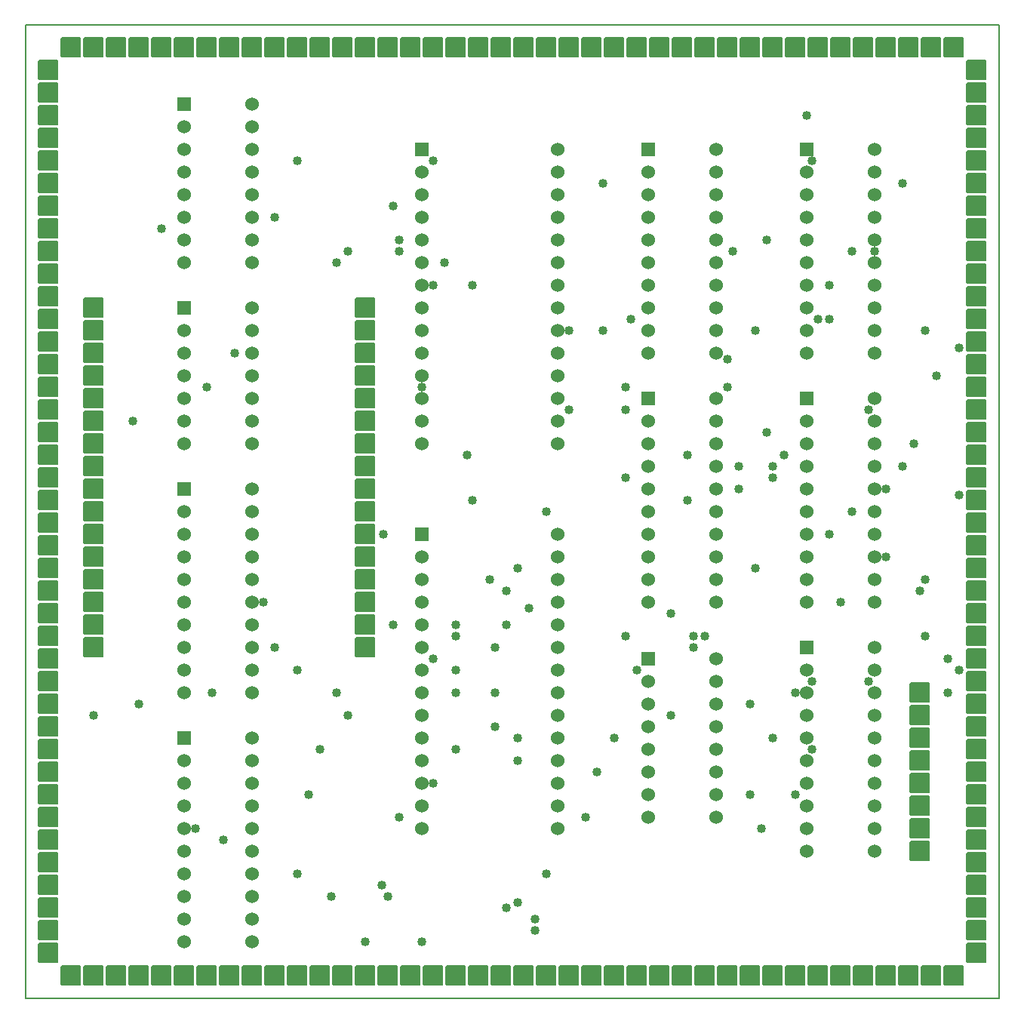
<source format=gbr>
G04 PROTEUS GERBER X2 FILE*
%TF.GenerationSoftware,Labcenter,Proteus,8.13-SP0-Build31525*%
%TF.CreationDate,2022-07-19T01:12:19+00:00*%
%TF.FileFunction,Soldermask,Bot*%
%TF.FilePolarity,Negative*%
%TF.Part,Single*%
%TF.SameCoordinates,{d59f61b6-e7c8-4c59-9098-5d1a923f3759}*%
%FSLAX45Y45*%
%MOMM*%
G01*
%TA.AperFunction,Material*%
%ADD17C,1.016000*%
%AMPPAD008*
4,1,36,
-1.016000,1.143000,
1.016000,1.143000,
1.041970,1.140470,
1.065980,1.133200,
1.087580,1.121650,
1.106290,1.106290,
1.121650,1.087570,
1.133200,1.065980,
1.140470,1.041970,
1.143000,1.016000,
1.143000,-1.016000,
1.140470,-1.041970,
1.133200,-1.065980,
1.121650,-1.087570,
1.106290,-1.106290,
1.087580,-1.121650,
1.065980,-1.133200,
1.041970,-1.140470,
1.016000,-1.143000,
-1.016000,-1.143000,
-1.041970,-1.140470,
-1.065980,-1.133200,
-1.087580,-1.121650,
-1.106290,-1.106290,
-1.121650,-1.087570,
-1.133200,-1.065980,
-1.140470,-1.041970,
-1.143000,-1.016000,
-1.143000,1.016000,
-1.140470,1.041970,
-1.133200,1.065980,
-1.121650,1.087570,
-1.106290,1.106290,
-1.087580,1.121650,
-1.065980,1.133200,
-1.041970,1.140470,
-1.016000,1.143000,
0*%
%ADD18PPAD008*%
%AMPPAD009*
4,1,36,
1.143000,1.016000,
1.143000,-1.016000,
1.140470,-1.041970,
1.133200,-1.065980,
1.121650,-1.087580,
1.106290,-1.106290,
1.087570,-1.121650,
1.065980,-1.133200,
1.041970,-1.140470,
1.016000,-1.143000,
-1.016000,-1.143000,
-1.041970,-1.140470,
-1.065980,-1.133200,
-1.087570,-1.121650,
-1.106290,-1.106290,
-1.121650,-1.087580,
-1.133200,-1.065980,
-1.140470,-1.041970,
-1.143000,-1.016000,
-1.143000,1.016000,
-1.140470,1.041970,
-1.133200,1.065980,
-1.121650,1.087580,
-1.106290,1.106290,
-1.087570,1.121650,
-1.065980,1.133200,
-1.041970,1.140470,
-1.016000,1.143000,
1.016000,1.143000,
1.041970,1.140470,
1.065980,1.133200,
1.087570,1.121650,
1.106290,1.106290,
1.121650,1.087580,
1.133200,1.065980,
1.140470,1.041970,
1.143000,1.016000,
0*%
%ADD19PPAD009*%
%AMPPAD010*
4,1,36,
0.762000,0.635000,
0.762000,-0.635000,
0.759470,-0.660970,
0.752200,-0.684980,
0.740650,-0.706580,
0.725290,-0.725290,
0.706570,-0.740650,
0.684980,-0.752200,
0.660970,-0.759470,
0.635000,-0.762000,
-0.635000,-0.762000,
-0.660970,-0.759470,
-0.684980,-0.752200,
-0.706570,-0.740650,
-0.725290,-0.725290,
-0.740650,-0.706580,
-0.752200,-0.684980,
-0.759470,-0.660970,
-0.762000,-0.635000,
-0.762000,0.635000,
-0.759470,0.660970,
-0.752200,0.684980,
-0.740650,0.706580,
-0.725290,0.725290,
-0.706570,0.740650,
-0.684980,0.752200,
-0.660970,0.759470,
-0.635000,0.762000,
0.635000,0.762000,
0.660970,0.759470,
0.684980,0.752200,
0.706570,0.740650,
0.725290,0.725290,
0.740650,0.706580,
0.752200,0.684980,
0.759470,0.660970,
0.762000,0.635000,
0*%
%TA.AperFunction,Material*%
%ADD70PPAD010*%
%ADD71C,1.524000*%
%TA.AperFunction,Profile*%
%ADD15C,0.203200*%
%TD.AperFunction*%
D17*
X-1270000Y+2794000D03*
X+1333500Y+1905000D03*
X-1016000Y+1143000D03*
X+1270000Y+1143000D03*
X+1270000Y+889000D03*
X+635000Y+889000D03*
X-508000Y+381000D03*
X+1968500Y+381000D03*
X+1143000Y-2794000D03*
X-889000Y-3302000D03*
X-444500Y-127000D03*
X+1968500Y-127000D03*
X+1270000Y-1651000D03*
X+2032000Y-1651000D03*
X-889000Y-1905000D03*
X-2413000Y-4318000D03*
X+381000Y-4318000D03*
X-635000Y-2921000D03*
X-2159000Y-2921000D03*
X-190500Y-1778000D03*
X-190500Y-2286000D03*
X-762000Y+2540000D03*
X-635000Y-2286000D03*
X-63500Y-1143000D03*
X-1016000Y-5080000D03*
X-1651000Y-5080000D03*
X-2032000Y-4572000D03*
X-1397000Y-4572000D03*
X-1447801Y-508000D03*
X-1270000Y+2667000D03*
X-1841500Y+2667000D03*
X-1841500Y-2540000D03*
X-4699000Y-2540000D03*
X-1460500Y-4445000D03*
X-4191000Y-2413000D03*
X-254000Y-1016000D03*
X-444500Y+2286000D03*
X-889000Y+2286000D03*
X-635000Y-2032000D03*
X-635000Y-1651000D03*
X-3365500Y-2286000D03*
X-1968500Y+2540000D03*
X-1968500Y-2286000D03*
X-63500Y-1524000D03*
X-63500Y-4699000D03*
X-635000Y-1524000D03*
X-2667000Y+3048000D03*
X-2667000Y-1778000D03*
X-2413000Y-2032000D03*
X-2413000Y+3683000D03*
X-889000Y+3683000D03*
X+190500Y-1333500D03*
X+63500Y-4635500D03*
X+254000Y-4826000D03*
X+3429000Y+1905000D03*
X+3365500Y+3683000D03*
X+254000Y-4953000D03*
X+2667000Y-3429000D03*
X+3175000Y-3429000D03*
X-190500Y-2667000D03*
X+3175000Y-2286000D03*
X+2857500Y+635000D03*
X+3048000Y+381000D03*
X+2857500Y+2794000D03*
X+2921000Y-2794000D03*
X+2921000Y+127000D03*
X+2921000Y+254000D03*
X+2540000Y+254000D03*
X+2540000Y+0D03*
X+2476500Y+2667000D03*
X+3556000Y+1905000D03*
X+3556000Y+2286000D03*
X+3556000Y-508000D03*
X+3683000Y-1270000D03*
X+2794000Y-3810000D03*
X+2730500Y+1778000D03*
X+2730500Y-889000D03*
X+4508500Y+508000D03*
X+4381500Y+254000D03*
X+3810000Y-254000D03*
X+3810000Y+2667000D03*
X+4064000Y+2667000D03*
X+4191000Y+0D03*
X+4191000Y-762000D03*
X+4635500Y+1778000D03*
X+4635500Y-1016000D03*
X+4000500Y+889000D03*
X+825500Y-3683000D03*
X-1333500Y-1524000D03*
X-3556000Y-3810000D03*
X-1270000Y-3683000D03*
X+1270000Y+127000D03*
X-1333500Y+3175000D03*
X-4254500Y+762000D03*
X+3302000Y+4191000D03*
X-3937000Y+2921000D03*
X-2286000Y-3429000D03*
X+4889500Y-1905000D03*
X+1778000Y-2540000D03*
X+4635500Y-1651000D03*
X+2159000Y-1651000D03*
X+5016500Y+1587500D03*
X+2413000Y+1460500D03*
X+5016500Y-63500D03*
X+2667000Y-2413000D03*
X+2413000Y+1143000D03*
X+5016500Y-2032000D03*
X+1778000Y-1397000D03*
X+4762500Y+1270000D03*
X-3429000Y+1143000D03*
X-3238500Y-3937000D03*
X+952500Y-3175000D03*
X+1397000Y-2032000D03*
X+3365500Y-2921000D03*
X+3365500Y-2159000D03*
X+63500Y-889000D03*
X+63500Y-3048000D03*
X+63500Y-2794000D03*
X+1016000Y+3429000D03*
X+1016000Y+1778000D03*
X+635000Y+1778000D03*
X-3111500Y+1524000D03*
X+4572000Y-1143000D03*
X+4381500Y+3429000D03*
X+381000Y-254000D03*
X+4000500Y-2159000D03*
X+4889500Y-2286000D03*
X+2032000Y-1778000D03*
X-2794000Y-1270000D03*
D18*
X-2921000Y+4953000D03*
X-2667000Y+4953000D03*
X-2413000Y+4953000D03*
X-2159000Y+4953000D03*
X-1905000Y+4953000D03*
X-1651000Y+4953000D03*
X-1397000Y+4953000D03*
X-1143000Y+4953000D03*
X-889000Y+4953000D03*
X-635000Y+4953000D03*
X-381000Y+4953000D03*
X-127000Y+4953000D03*
X+127000Y+4953000D03*
X+381000Y+4953000D03*
X+635000Y+4953000D03*
X+889000Y+4953000D03*
X+1143000Y+4953000D03*
X+1397000Y+4953000D03*
X+1651000Y+4953000D03*
X+1905000Y+4953000D03*
X+2159000Y+4953000D03*
X+2413000Y+4953000D03*
X+2667000Y+4953000D03*
X+2921000Y+4953000D03*
X+3175000Y+4953000D03*
X+3429000Y+4953000D03*
X+3683000Y+4953000D03*
X+3937000Y+4953000D03*
X+4191000Y+4953000D03*
X+4445000Y+4953000D03*
X+4699000Y+4953000D03*
X+4953000Y+4953000D03*
X-4953000Y+4953000D03*
X-4699000Y+4953000D03*
X-4445000Y+4953000D03*
X-4191000Y+4953000D03*
X-3937000Y+4953000D03*
X-3683000Y+4953000D03*
X-3429000Y+4953000D03*
X-3175000Y+4953000D03*
X-4953000Y-5461000D03*
X-4699000Y-5461000D03*
X-4445000Y-5461000D03*
X-4191000Y-5461000D03*
X-3937000Y-5461000D03*
X-3683000Y-5461000D03*
X-3429000Y-5461000D03*
X-3175000Y-5461000D03*
X-2921000Y-5461000D03*
X-2667000Y-5461000D03*
X-2413000Y-5461000D03*
X-2159000Y-5461000D03*
X-1905000Y-5461000D03*
X-1651000Y-5461000D03*
X-1397000Y-5461000D03*
X-1143000Y-5461000D03*
X-889000Y-5461000D03*
X-635000Y-5461000D03*
X-381000Y-5461000D03*
X-127000Y-5461000D03*
X+127000Y-5461000D03*
X+381000Y-5461000D03*
X+635000Y-5461000D03*
X+889000Y-5461000D03*
X+1143000Y-5461000D03*
X+1397000Y-5461000D03*
X+1651000Y-5461000D03*
X+1905000Y-5461000D03*
X+2159000Y-5461000D03*
X+2413000Y-5461000D03*
X+2667000Y-5461000D03*
X+2921000Y-5461000D03*
X+3175000Y-5461000D03*
X+3429000Y-5461000D03*
X+3683000Y-5461000D03*
X+3937000Y-5461000D03*
X+4191000Y-5461000D03*
X+4445000Y-5461000D03*
X+4699000Y-5461000D03*
X+4953000Y-5461000D03*
D19*
X-5207000Y+4699000D03*
X-5207000Y+4445000D03*
X-5207000Y+4191000D03*
X-5207000Y+3937000D03*
X-5207000Y+3683000D03*
X-5207000Y+3429000D03*
X-5207000Y+3175000D03*
X-5207000Y+2921000D03*
X-5207000Y+2667000D03*
X-5207000Y+2413000D03*
X-5207000Y+2159000D03*
X-5207000Y+1905000D03*
X-5207000Y+1651000D03*
X-5207000Y+1397000D03*
X-5207000Y+1143000D03*
X-5207000Y+889000D03*
X-5207000Y+635000D03*
X-5207000Y+381000D03*
X-5207000Y+127000D03*
X-5207000Y-127000D03*
X-5207000Y-381000D03*
X-5207000Y-635000D03*
X-5207000Y-889000D03*
X-5207000Y-1143000D03*
X-5207000Y-1397000D03*
X-5207000Y-1651000D03*
X-5207000Y-1905000D03*
X-5207000Y-2159000D03*
X-5207000Y-2413000D03*
X-5207000Y-2667000D03*
X-5207000Y-2921000D03*
X-5207000Y-3175000D03*
X-5207000Y-3429000D03*
X-5207000Y-3683000D03*
X-5207000Y-3937000D03*
X-5207000Y-4191000D03*
X-5207000Y-4445000D03*
X-5207000Y-4699000D03*
X-5207000Y-4953000D03*
X-5207000Y-5207000D03*
X+5207000Y+4699000D03*
X+5207000Y+4445000D03*
X+5207000Y+4191000D03*
X+5207000Y+3937000D03*
X+5207000Y+3683000D03*
X+5207000Y+3429000D03*
X+5207000Y+3175000D03*
X+5207000Y+2921000D03*
X+5207000Y+2667000D03*
X+5207000Y+2413000D03*
X+5207000Y+2159000D03*
X+5207000Y+1905000D03*
X+5207000Y+1651000D03*
X+5207000Y+1397000D03*
X+5207000Y+1143000D03*
X+5207000Y+889000D03*
X+5207000Y+635000D03*
X+5207000Y+381000D03*
X+5207000Y+127000D03*
X+5207000Y-127000D03*
X+5207000Y-381000D03*
X+5207000Y-635000D03*
X+5207000Y-889000D03*
X+5207000Y-1143000D03*
X+5207000Y-1397000D03*
X+5207000Y-1651000D03*
X+5207000Y-1905000D03*
X+5207000Y-2159000D03*
X+5207000Y-2413000D03*
X+5207000Y-2667000D03*
X+5207000Y-2921000D03*
X+5207000Y-3175000D03*
X+5207000Y-3429000D03*
X+5207000Y-3683000D03*
X+5207000Y-3937000D03*
X+5207000Y-4191000D03*
X+5207000Y-4445000D03*
X+5207000Y-4699000D03*
X+5207000Y-4953000D03*
X+5207000Y-5207000D03*
X-1651000Y-1778000D03*
X-1651000Y-1524000D03*
X-1651000Y-1270000D03*
X-1651000Y-1016000D03*
X-1651000Y-762000D03*
X-1651000Y-508000D03*
X-1651000Y-254000D03*
X-1651000Y+0D03*
X-4699000Y-1778000D03*
X-4699000Y-1524000D03*
X-4699000Y-1270000D03*
X-4699000Y-1016000D03*
X-4699000Y-762000D03*
X-4699000Y-508000D03*
X-4699000Y-254000D03*
X-4699000Y+0D03*
X-4699000Y+254000D03*
X-4699000Y+508000D03*
X-4699000Y+762000D03*
X-4699000Y+1016000D03*
X-4699000Y+1270000D03*
X-4699000Y+1524000D03*
X-4699000Y+1778000D03*
X-4699000Y+2032000D03*
X-1651000Y+254000D03*
X-1651000Y+508000D03*
X-1651000Y+762000D03*
X-1651000Y+1016000D03*
X-1651000Y+1270000D03*
X-1651000Y+1524000D03*
X-1651000Y+1778000D03*
X-1651000Y+2032000D03*
D70*
X-3683000Y+4318000D03*
D71*
X-3683000Y+4064000D03*
X-3683000Y+3810000D03*
X-3683000Y+3556000D03*
X-3683000Y+3302000D03*
X-3683000Y+3048000D03*
X-3683000Y+2794000D03*
X-3683000Y+2540000D03*
X-2921000Y+2540000D03*
X-2921000Y+2794000D03*
X-2921000Y+3048000D03*
X-2921000Y+3302000D03*
X-2921000Y+3556000D03*
X-2921000Y+3810000D03*
X-2921000Y+4064000D03*
X-2921000Y+4318000D03*
D70*
X-3683000Y+2032000D03*
D71*
X-3683000Y+1778000D03*
X-3683000Y+1524000D03*
X-3683000Y+1270000D03*
X-3683000Y+1016000D03*
X-3683000Y+762000D03*
X-3683000Y+508000D03*
X-2921000Y+508000D03*
X-2921000Y+762000D03*
X-2921000Y+1016000D03*
X-2921000Y+1270000D03*
X-2921000Y+1524000D03*
X-2921000Y+1778000D03*
X-2921000Y+2032000D03*
D70*
X-3683000Y+0D03*
D71*
X-3683000Y-254000D03*
X-3683000Y-508000D03*
X-3683000Y-762000D03*
X-3683000Y-1016000D03*
X-3683000Y-1270000D03*
X-3683000Y-1524000D03*
X-3683000Y-1778000D03*
X-3683000Y-2032000D03*
X-3683000Y-2286000D03*
X-2921000Y-2286000D03*
X-2921000Y-2032000D03*
X-2921000Y-1778000D03*
X-2921000Y-1524000D03*
X-2921000Y-1270000D03*
X-2921000Y-1016000D03*
X-2921000Y-762000D03*
X-2921000Y-508000D03*
X-2921000Y-254000D03*
X-2921000Y+0D03*
D70*
X-3683000Y-2794000D03*
D71*
X-3683000Y-3048000D03*
X-3683000Y-3302000D03*
X-3683000Y-3556000D03*
X-3683000Y-3810000D03*
X-3683000Y-4064000D03*
X-3683000Y-4318000D03*
X-3683000Y-4572000D03*
X-3683000Y-4826000D03*
X-3683000Y-5080000D03*
X-2921000Y-5080000D03*
X-2921000Y-4826000D03*
X-2921000Y-4572000D03*
X-2921000Y-4318000D03*
X-2921000Y-4064000D03*
X-2921000Y-3810000D03*
X-2921000Y-3556000D03*
X-2921000Y-3302000D03*
X-2921000Y-3048000D03*
X-2921000Y-2794000D03*
D70*
X-1016000Y+3810000D03*
D71*
X-1016000Y+3556000D03*
X-1016000Y+3302000D03*
X-1016000Y+3048000D03*
X-1016000Y+2794000D03*
X-1016000Y+2540000D03*
X-1016000Y+2286000D03*
X-1016000Y+2032000D03*
X-1016000Y+1778000D03*
X-1016000Y+1524000D03*
X-1016000Y+1270000D03*
X-1016000Y+1016000D03*
X-1016000Y+762000D03*
X-1016000Y+508000D03*
X+508000Y+508000D03*
X+508000Y+762000D03*
X+508000Y+1016000D03*
X+508000Y+1270000D03*
X+508000Y+1524000D03*
X+508000Y+1778000D03*
X+508000Y+2032000D03*
X+508000Y+2286000D03*
X+508000Y+2540000D03*
X+508000Y+2794000D03*
X+508000Y+3048000D03*
X+508000Y+3302000D03*
X+508000Y+3556000D03*
X+508000Y+3810000D03*
D70*
X-1016000Y-508000D03*
D71*
X-1016000Y-762000D03*
X-1016000Y-1016000D03*
X-1016000Y-1270000D03*
X-1016000Y-1524000D03*
X-1016000Y-1778000D03*
X-1016000Y-2032000D03*
X-1016000Y-2286000D03*
X-1016000Y-2540000D03*
X-1016000Y-2794000D03*
X-1016000Y-3048000D03*
X-1016000Y-3302000D03*
X-1016000Y-3556000D03*
X-1016000Y-3810000D03*
X+508000Y-3810000D03*
X+508000Y-3556000D03*
X+508000Y-3302000D03*
X+508000Y-3048000D03*
X+508000Y-2794000D03*
X+508000Y-2540000D03*
X+508000Y-2286000D03*
X+508000Y-2032000D03*
X+508000Y-1778000D03*
X+508000Y-1524000D03*
X+508000Y-1270000D03*
X+508000Y-1016000D03*
X+508000Y-762000D03*
X+508000Y-508000D03*
D70*
X+1524000Y+3810000D03*
D71*
X+1524000Y+3556000D03*
X+1524000Y+3302000D03*
X+1524000Y+3048000D03*
X+1524000Y+2794000D03*
X+1524000Y+2540000D03*
X+1524000Y+2286000D03*
X+1524000Y+2032000D03*
X+1524000Y+1778000D03*
X+1524000Y+1524000D03*
X+2286000Y+1524000D03*
X+2286000Y+1778000D03*
X+2286000Y+2032000D03*
X+2286000Y+2286000D03*
X+2286000Y+2540000D03*
X+2286000Y+2794000D03*
X+2286000Y+3048000D03*
X+2286000Y+3302000D03*
X+2286000Y+3556000D03*
X+2286000Y+3810000D03*
D70*
X+1524000Y+1016000D03*
D71*
X+1524000Y+762000D03*
X+1524000Y+508000D03*
X+1524000Y+254000D03*
X+1524000Y+0D03*
X+1524000Y-254000D03*
X+1524000Y-508000D03*
X+1524000Y-762000D03*
X+1524000Y-1016000D03*
X+1524000Y-1270000D03*
X+2286000Y-1270000D03*
X+2286000Y-1016000D03*
X+2286000Y-762000D03*
X+2286000Y-508000D03*
X+2286000Y-254000D03*
X+2286000Y+0D03*
X+2286000Y+254000D03*
X+2286000Y+508000D03*
X+2286000Y+762000D03*
X+2286000Y+1016000D03*
D70*
X+1524000Y-1905000D03*
D71*
X+1524000Y-2159000D03*
X+1524000Y-2413000D03*
X+1524000Y-2667000D03*
X+1524000Y-2921000D03*
X+1524000Y-3175000D03*
X+1524000Y-3429000D03*
X+1524000Y-3683000D03*
X+2286000Y-3683000D03*
X+2286000Y-3429000D03*
X+2286000Y-3175000D03*
X+2286000Y-2921000D03*
X+2286000Y-2667000D03*
X+2286000Y-2413000D03*
X+2286000Y-2159000D03*
X+2286000Y-1905000D03*
D70*
X+3302000Y+3810000D03*
D71*
X+3302000Y+3556000D03*
X+3302000Y+3302000D03*
X+3302000Y+3048000D03*
X+3302000Y+2794000D03*
X+3302000Y+2540000D03*
X+3302000Y+2286000D03*
X+3302000Y+2032000D03*
X+3302000Y+1778000D03*
X+3302000Y+1524000D03*
X+4064000Y+1524000D03*
X+4064000Y+1778000D03*
X+4064000Y+2032000D03*
X+4064000Y+2286000D03*
X+4064000Y+2540000D03*
X+4064000Y+2794000D03*
X+4064000Y+3048000D03*
X+4064000Y+3302000D03*
X+4064000Y+3556000D03*
X+4064000Y+3810000D03*
D70*
X+3302000Y+1016000D03*
D71*
X+3302000Y+762000D03*
X+3302000Y+508000D03*
X+3302000Y+254000D03*
X+3302000Y+0D03*
X+3302000Y-254000D03*
X+3302000Y-508000D03*
X+3302000Y-762000D03*
X+3302000Y-1016000D03*
X+3302000Y-1270000D03*
X+4064000Y-1270000D03*
X+4064000Y-1016000D03*
X+4064000Y-762000D03*
X+4064000Y-508000D03*
X+4064000Y-254000D03*
X+4064000Y+0D03*
X+4064000Y+254000D03*
X+4064000Y+508000D03*
X+4064000Y+762000D03*
X+4064000Y+1016000D03*
D70*
X+3302000Y-1778000D03*
D71*
X+3302000Y-2032000D03*
X+3302000Y-2286000D03*
X+3302000Y-2540000D03*
X+3302000Y-2794000D03*
X+3302000Y-3048000D03*
X+3302000Y-3302000D03*
X+3302000Y-3556000D03*
X+3302000Y-3810000D03*
X+3302000Y-4064000D03*
X+4064000Y-4064000D03*
X+4064000Y-3810000D03*
X+4064000Y-3556000D03*
X+4064000Y-3302000D03*
X+4064000Y-3048000D03*
X+4064000Y-2794000D03*
X+4064000Y-2540000D03*
X+4064000Y-2286000D03*
X+4064000Y-2032000D03*
X+4064000Y-1778000D03*
D19*
X+4572000Y-2286000D03*
X+4572000Y-2540000D03*
X+4572000Y-2794000D03*
X+4572000Y-3048000D03*
X+4572000Y-3302000D03*
X+4572000Y-3556000D03*
X+4572000Y-3810000D03*
X+4572000Y-4064000D03*
D15*
X-5461000Y-5715000D02*
X+5461000Y-5715000D01*
X+5461000Y+5207000D01*
X-5461000Y+5207000D01*
X-5461000Y-5715000D01*
M02*

</source>
